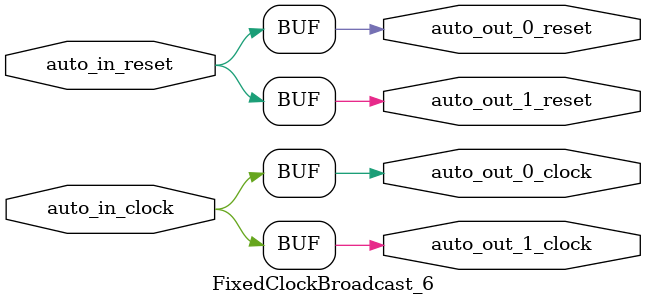
<source format=sv>

`ifndef ASSERT_VERBOSE_COND_
  `ifdef ASSERT_VERBOSE_COND
    `define ASSERT_VERBOSE_COND_ (`ASSERT_VERBOSE_COND)
  `else  // ASSERT_VERBOSE_COND
    `define ASSERT_VERBOSE_COND_ 1
  `endif // ASSERT_VERBOSE_COND
`endif // not def ASSERT_VERBOSE_COND_

// Users can define 'STOP_COND' to add an extra gate to stop conditions.
`ifndef STOP_COND_
  `ifdef STOP_COND
    `define STOP_COND_ (`STOP_COND)
  `else  // STOP_COND
    `define STOP_COND_ 1
  `endif // STOP_COND
`endif // not def STOP_COND_

module FixedClockBroadcast_6(
  input  auto_in_clock,
         auto_in_reset,
  output auto_out_1_clock,
         auto_out_1_reset,
         auto_out_0_clock,
         auto_out_0_reset
);

  assign auto_out_1_clock = auto_in_clock;
  assign auto_out_1_reset = auto_in_reset;
  assign auto_out_0_clock = auto_in_clock;
  assign auto_out_0_reset = auto_in_reset;
endmodule


</source>
